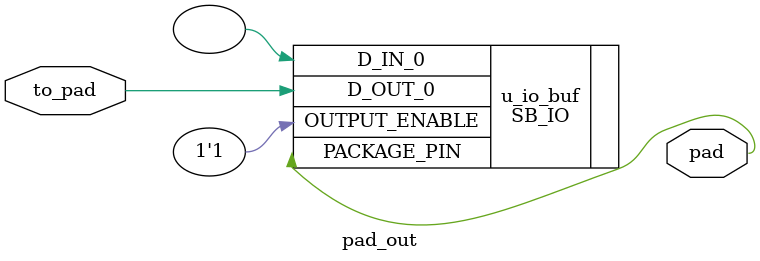
<source format=v>

module pad_inout(
    inout   pad,
    input   pad_ena,
    input   to_pad,
    output  from_pad
    );

    assign pad = pad_ena ? to_pad : 1'bz;
    assign from_pad = pad;

	SB_IO #(
		.PIN_TYPE(6'b 1010_01),
		.PULLUP(1'b 0)
	) u_io_buf (
		.PACKAGE_PIN(pad),
		.OUTPUT_ENABLE(pad_ena),
		.D_OUT_0(to_pad),
		.D_IN_0(from_pad)
	);

endmodule

module pad_in(
    input   pad,
    output  from_pad
    );

	SB_IO #(
		.PIN_TYPE(6'b 1010_01),
		.PULLUP(1'b 0)
	) u_io_buf (
		.PACKAGE_PIN(pad),
		.OUTPUT_ENABLE(1'b0),
		.D_OUT_0(1'b0),
		.D_IN_0(from_pad)
	);

endmodule

module pad_out(
    output  pad,
    input   to_pad
    );

	SB_IO #(
		.PIN_TYPE(6'b 1010_01),
		.PULLUP(1'b 0)
	) u_io_buf (
		.PACKAGE_PIN(pad),
		.OUTPUT_ENABLE(1'b1),
		.D_OUT_0(to_pad),
		.D_IN_0()
	);


endmodule

</source>
